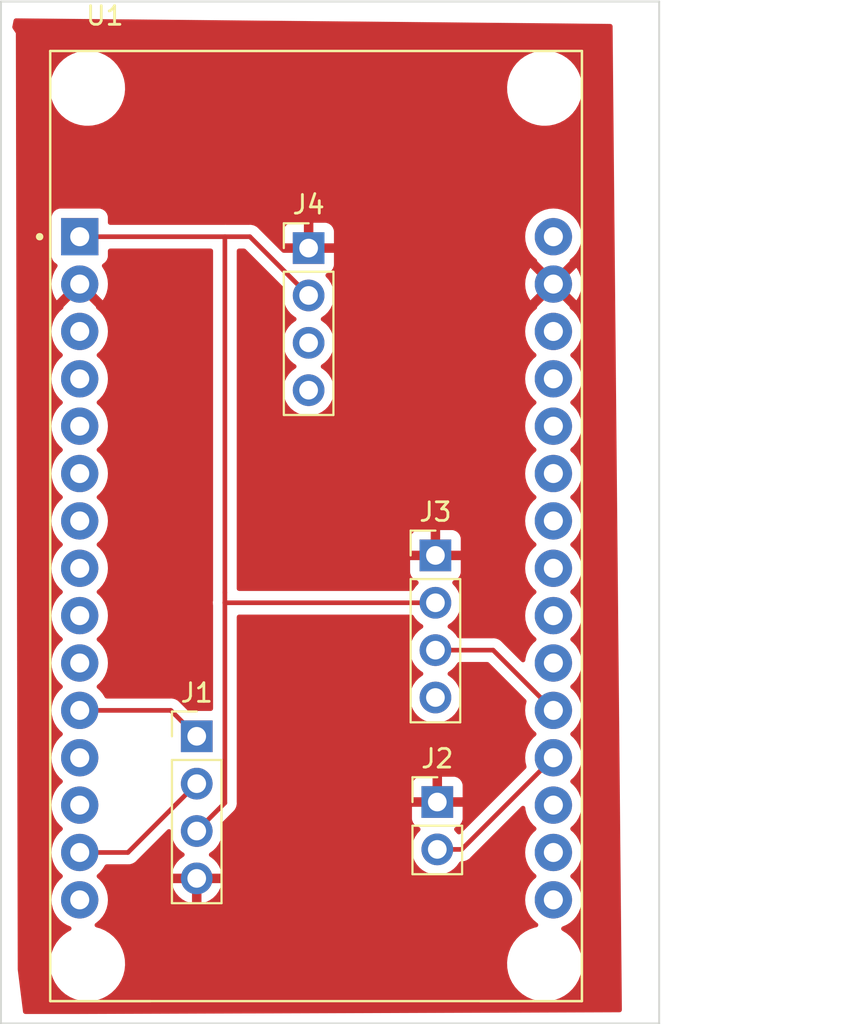
<source format=kicad_pcb>
(kicad_pcb (version 20211014) (generator pcbnew)
  (layers (0 "F.Cu" signal) (31 "B.Cu" signal) (34 "B.Paste" user) (35 "F.Paste" user) (36 "B.SilkS" user "B.Silkscreen") (37 "F.SilkS" user "F.Silkscreen") (38 "B.Mask" user) (39 "F.Mask" user) (44 "Edge.Cuts" user))
  (net 0 "")
  (net 1 "/S1")
  (net 2 "/S2")
  (net 3 "/+3V3")
  (net 4 "/GND")
  (net 5 "/S3")
  (net 6 "/S4")
  (footprint "ESP32-DEVKIT-V1 2:MODULE_ESP32_DEVKIT_V1" (layer "F.Cu") (at 116.125 98.625)
    (fp_text reference "U1" (at -11.355 -27.36) (layer "F.SilkS"))
    (fp_text value "ESP32-DEVKIT-V1")
    (fp_line (start -14.28 -25.475) (end -3.211 -25.475) (layer "F.SilkS") (width 0.127))
    (fp_line (start 14.23 -25.475) (end 14.23 25.475) (layer "F.SilkS") (width 0.127))
    (fp_line (start 14.23 25.475) (end -14.28 25.475) (layer "F.SilkS") (width 0.127))
    (fp_line (start -14.28 25.475) (end -14.28 -25.475) (layer "F.SilkS") (width 0.127))
    (fp_line (start 14.23 -25.475) (end 14.23 25.475) (layer "F.SilkS") (width 0.127))
    (fp_line (start -14.28 25.475) (end -8.91 25.475) (layer "F.SilkS") (width 0.127))
    (fp_line (start -3.211 -25.475) (end 3.5 -25.475) (layer "F.SilkS") (width 0.127))
    (fp_line (start 8.78 25.475) (end 14.23 25.475) (layer "F.SilkS") (width 0.127))
    (fp_line (start -14.28 25.475) (end -14.28 -25.475) (layer "F.SilkS") (width 0.127))
    (fp_line (start -14.28 -25.475) (end 14.23 -25.475) (layer "F.SilkS") (width 0.127))
    (fp_line (start 3.5 -25.475) (end 14.23 -25.475) (layer "F.SilkS") (width 0.127))
    (fp_circle (center -14.85 -15.515) (end -14.75 -15.515) (layer "F.SilkS") (width 0.2) (fill none))
    (pad "" np_thru_hole circle (at -12.28 23.475) (size 3 3) (drill 3) (layers *.Cu *.Mask))
    (pad "" np_thru_hole circle (at -12.28 -23.475) (size 3 3) (drill 3) (layers *.Cu *.Mask))
    (pad "" np_thru_hole circle (at 12.23 -23.475) (size 3 3) (drill 3) (layers *.Cu *.Mask))
    (pad "" np_thru_hole circle (at 12.23 23.475) (size 3 3) (drill 3) (layers *.Cu *.Mask))
    (pad "1" thru_hole rect (at -12.7 -15.515) (size 2 2) (drill 1.02) (layers *.Cu *.Mask) (net 3 "/+3V3"))
    (pad "2" thru_hole circle (at -12.7 -12.975) (size 2 2) (drill 1.02) (layers *.Cu *.Mask) (net 4 "/GND"))
    (pad "3" thru_hole circle (at -12.7 -10.435) (size 2 2) (drill 1.02) (layers *.Cu *.Mask))
    (pad "4" thru_hole circle (at -12.7 -7.895) (size 2 2) (drill 1.02) (layers *.Cu *.Mask))
    (pad "5" thru_hole circle (at -12.7 -5.355) (size 2 2) (drill 1.02) (layers *.Cu *.Mask))
    (pad "6" thru_hole circle (at -12.7 -2.815) (size 2 2) (drill 1.02) (layers *.Cu *.Mask))
    (pad "7" thru_hole circle (at -12.7 -0.275) (size 2 2) (drill 1.02) (layers *.Cu *.Mask))
    (pad "8" thru_hole circle (at -12.7 2.265) (size 2 2) (drill 1.02) (layers *.Cu *.Mask))
    (pad "9" thru_hole circle (at -12.7 4.805) (size 2 2) (drill 1.02) (layers *.Cu *.Mask))
    (pad "10" thru_hole circle (at -12.7 7.345) (size 2 2) (drill 1.02) (layers *.Cu *.Mask))
    (pad "11" thru_hole circle (at -12.7 9.885) (size 2 2) (drill 1.02) (layers *.Cu *.Mask) (net 1 "/S1"))
    (pad "12" thru_hole circle (at -12.7 12.425) (size 2 2) (drill 1.02) (layers *.Cu *.Mask))
    (pad "13" thru_hole circle (at -12.7 14.965) (size 2 2) (drill 1.02) (layers *.Cu *.Mask))
    (pad "14" thru_hole circle (at -12.7 17.505) (size 2 2) (drill 1.02) (layers *.Cu *.Mask) (net 2 "/S2"))
    (pad "15" thru_hole circle (at -12.7 20.045) (size 2 2) (drill 1.02) (layers *.Cu *.Mask))
    (pad "16" thru_hole circle (at 12.7 20.045) (size 2 2) (drill 1.02) (layers *.Cu *.Mask))
    (pad "17" thru_hole circle (at 12.7 17.505) (size 2 2) (drill 1.02) (layers *.Cu *.Mask))
    (pad "18" thru_hole circle (at 12.7 14.965) (size 2 2) (drill 1.02) (layers *.Cu *.Mask))
    (pad "19" thru_hole circle (at 12.7 12.425) (size 2 2) (drill 1.02) (layers *.Cu *.Mask) (net 5 "/S3"))
    (pad "20" thru_hole circle (at 12.7 9.885) (size 2 2) (drill 1.02) (layers *.Cu *.Mask) (net 6 "/S4"))
    (pad "21" thru_hole circle (at 12.7 7.345) (size 2 2) (drill 1.02) (layers *.Cu *.Mask))
    (pad "22" thru_hole circle (at 12.7 4.805) (size 2 2) (drill 1.02) (layers *.Cu *.Mask))
    (pad "23" thru_hole circle (at 12.7 2.265) (size 2 2) (drill 1.02) (layers *.Cu *.Mask))
    (pad "24" thru_hole circle (at 12.7 -0.275) (size 2 2) (drill 1.02) (layers *.Cu *.Mask))
    (pad "25" thru_hole circle (at 12.7 -2.815) (size 2 2) (drill 1.02) (layers *.Cu *.Mask))
    (pad "26" thru_hole circle (at 12.7 -5.355) (size 2 2) (drill 1.02) (layers *.Cu *.Mask))
    (pad "27" thru_hole circle (at 12.7 -7.895) (size 2 2) (drill 1.02) (layers *.Cu *.Mask))
    (pad "28" thru_hole circle (at 12.7 -10.435) (size 2 2) (drill 1.02) (layers *.Cu *.Mask))
    (pad "29" thru_hole circle (at 12.7 -12.975) (size 2 2) (drill 1.02) (layers *.Cu *.Mask) (net 4 "/GND"))
    (pad "30" thru_hole circle (at 12.7 -15.515) (size 2 2) (drill 1.02) (layers *.Cu *.Mask))
  )
  (footprint "Connector_PinHeader_2.54mm:PinHeader_1x04_P2.54mm_Vertical" (layer "F.Cu") (at 109.7 109.9)
    (fp_text reference "J1" (at 0 -2.33) (layer "F.SilkS"))
    (fp_text value "Teeny sensor with 4")
    (fp_line (start -1.33 -1.33) (end 0 -1.33) (layer "F.SilkS") (width 0.12))
    (fp_line (start -1.33 1.27) (end 1.33 1.27) (layer "F.SilkS") (width 0.12))
    (fp_line (start 1.33 1.27) (end 1.33 8.95) (layer "F.SilkS") (width 0.12))
    (fp_line (start -1.33 8.95) (end 1.33 8.95) (layer "F.SilkS") (width 0.12))
    (fp_line (start -1.33 0) (end -1.33 -1.33) (layer "F.SilkS") (width 0.12))
    (fp_line (start -1.33 1.27) (end -1.33 8.95) (layer "F.SilkS") (width 0.12))
    (pad "1" thru_hole rect (at 0 0) (size 1.7 1.7) (drill 1) (layers *.Cu *.Mask) (net 1 "/S1"))
    (pad "2" thru_hole oval (at 0 2.54) (size 1.7 1.7) (drill 1) (layers *.Cu *.Mask) (net 2 "/S2"))
    (pad "3" thru_hole oval (at 0 5.08) (size 1.7 1.7) (drill 1) (layers *.Cu *.Mask) (net 3 "/+3V3"))
    (pad "4" thru_hole oval (at 0 7.62) (size 1.7 1.7) (drill 1) (layers *.Cu *.Mask) (net 4 "/GND"))
  )
  (footprint "Connector_PinHeader_2.54mm:PinHeader_1x02_P2.54mm_Vertical" (layer "F.Cu") (at 122.6 113.425)
    (fp_text reference "J2" (at 0 -2.33) (layer "F.SilkS"))
    (fp_text value "Teeny sensor with 2")
    (fp_line (start 1.33 1.27) (end 1.33 3.87) (layer "F.SilkS") (width 0.12))
    (fp_line (start -1.33 3.87) (end 1.33 3.87) (layer "F.SilkS") (width 0.12))
    (fp_line (start -1.33 -1.33) (end 0 -1.33) (layer "F.SilkS") (width 0.12))
    (fp_line (start -1.33 1.27) (end -1.33 3.87) (layer "F.SilkS") (width 0.12))
    (fp_line (start -1.33 1.27) (end 1.33 1.27) (layer "F.SilkS") (width 0.12))
    (fp_line (start -1.33 0) (end -1.33 -1.33) (layer "F.SilkS") (width 0.12))
    (pad "1" thru_hole rect (at 0 0) (size 1.7 1.7) (drill 1) (layers *.Cu *.Mask) (net 4 "/GND"))
    (pad "2" thru_hole oval (at 0 2.54) (size 1.7 1.7) (drill 1) (layers *.Cu *.Mask) (net 5 "/S3"))
  )
  (footprint "Connector_PinHeader_2.54mm:PinHeader_1x04_P2.54mm_Vertical" (layer "F.Cu") (at 115.7 83.72)
    (fp_text reference "J4" (at 0 -2.33) (layer "F.SilkS"))
    (fp_text value "Other Gas Sensor")
    (fp_line (start -1.33 1.27) (end -1.33 8.95) (layer "F.SilkS") (width 0.12))
    (fp_line (start -1.33 -1.33) (end 0 -1.33) (layer "F.SilkS") (width 0.12))
    (fp_line (start 1.33 1.27) (end 1.33 8.95) (layer "F.SilkS") (width 0.12))
    (fp_line (start -1.33 8.95) (end 1.33 8.95) (layer "F.SilkS") (width 0.12))
    (fp_line (start -1.33 1.27) (end 1.33 1.27) (layer "F.SilkS") (width 0.12))
    (fp_line (start -1.33 0) (end -1.33 -1.33) (layer "F.SilkS") (width 0.12))
    (pad "1" thru_hole rect (at 0 0) (size 1.7 1.7) (drill 1) (layers *.Cu *.Mask) (net 4 "/GND"))
    (pad "2" thru_hole oval (at 0 2.54) (size 1.7 1.7) (drill 1) (layers *.Cu *.Mask) (net 3 "/+3V3"))
    (pad "3" thru_hole oval (at 0 5.08) (size 1.7 1.7) (drill 1) (layers *.Cu *.Mask))
    (pad "4" thru_hole oval (at 0 7.62) (size 1.7 1.7) (drill 1) (layers *.Cu *.Mask))
  )
  (footprint "Connector_PinHeader_2.54mm:PinHeader_1x04_P2.54mm_Vertical" (layer "F.Cu") (at 122.5 100.2)
    (fp_text reference "J3" (at 0 -2.33) (layer "F.SilkS"))
    (fp_text value "Gas Sensor")
    (fp_line (start -1.33 -1.33) (end 0 -1.33) (layer "F.SilkS") (width 0.12))
    (fp_line (start 1.33 1.27) (end 1.33 8.95) (layer "F.SilkS") (width 0.12))
    (fp_line (start -1.33 0) (end -1.33 -1.33) (layer "F.SilkS") (width 0.12))
    (fp_line (start -1.33 1.27) (end -1.33 8.95) (layer "F.SilkS") (width 0.12))
    (fp_line (start -1.33 8.95) (end 1.33 8.95) (layer "F.SilkS") (width 0.12))
    (fp_line (start -1.33 1.27) (end 1.33 1.27) (layer "F.SilkS") (width 0.12))
    (pad "1" thru_hole rect (at 0 0) (size 1.7 1.7) (drill 1) (layers *.Cu *.Mask) (net 4 "/GND"))
    (pad "2" thru_hole oval (at 0 2.54) (size 1.7 1.7) (drill 1) (layers *.Cu *.Mask) (net 3 "/+3V3"))
    (pad "3" thru_hole oval (at 0 5.08) (size 1.7 1.7) (drill 1) (layers *.Cu *.Mask) (net 6 "/S4"))
    (pad "4" thru_hole oval (at 0 7.62) (size 1.7 1.7) (drill 1) (layers *.Cu *.Mask))
  )
  (gr_line (start 134.5 70.5) (end 134.5 125.3) (layer "Edge.Cuts") (width 0.1))
  (gr_line (start 134.5 125.3) (end 99.2 125.3) (layer "Edge.Cuts") (width 0.1))
  (gr_line (start 99.2 125.3) (end 99.2 70.5) (layer "Edge.Cuts") (width 0.1))
  (gr_line (start 99.2 70.5) (end 134.5 70.5) (layer "Edge.Cuts") (width 0.1))
  (segment (start 103.425 108.51) (end 108.31 108.51) (width 0.25) (layer "F.Cu") (net 1))
  (segment (start 108.31 108.51) (end 109.7 109.9) (width 0.25) (layer "F.Cu") (net 1))
  (segment (start 106.01 116.13) (end 109.7 112.44) (width 0.25) (layer "F.Cu") (net 2))
  (segment (start 103.425 116.13) (end 106.01 116.13) (width 0.25) (layer "F.Cu") (net 2))
  (segment (start 111.21 83.11) (end 112.55 83.11) (width 0.25) (layer "F.Cu") (net 3))
  (segment (start 111.2 102.74) (end 122.5 102.74) (width 0.25) (layer "F.Cu") (net 3))
  (segment (start 111.21 83.11) (end 111.21 102.19) (width 0.25) (layer "F.Cu") (net 3))
  (segment (start 111.21 113.47) (end 109.7 114.98) (width 0.25) (layer "F.Cu") (net 3))
  (segment (start 103.425 83.11) (end 111.21 83.11) (width 0.25) (layer "F.Cu") (net 3))
  (segment (start 112.55 83.11) (end 115.7 86.26) (width 0.25) (layer "F.Cu") (net 3))
  (segment (start 111.21 102.19) (end 111.21 113.47) (width 0.25) (layer "F.Cu") (net 3))
  (segment (start 123.91 115.965) (end 128.825 111.05) (width 0.25) (layer "F.Cu") (net 5))
  (segment (start 122.6 115.965) (end 123.91 115.965) (width 0.25) (layer "F.Cu") (net 5))
  (segment (start 125.595 105.28) (end 128.825 108.51) (width 0.25) (layer "F.Cu") (net 6))
  (segment (start 122.5 105.28) (end 125.595 105.28) (width 0.25) (layer "F.Cu") (net 6))
  (zone (net 4) (net_name "/GND") (layer "F.Cu") (connect_pads (clearance 0.508)) (min_thickness 0.254) (fill yes (thermal_gap 0.508) (thermal_bridge_width 0.508))
    (polygon (pts (xy 132 71.7) (xy 132.5 124.7) (xy 100.4 124.8) (xy 100.1 122.4) (xy 100 72.2) (xy 99.8 71.9) (xy 99.9 71.4)))
  )
)
</source>
